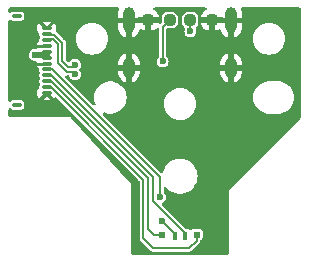
<source format=gbr>
%TF.GenerationSoftware,KiCad,Pcbnew,8.0.1*%
%TF.CreationDate,2024-03-21T19:56:16-04:00*%
%TF.ProjectId,030-011-v2,3033302d-3031-4312-9d76-322e6b696361,rev?*%
%TF.SameCoordinates,Original*%
%TF.FileFunction,Copper,L1,Top*%
%TF.FilePolarity,Positive*%
%FSLAX46Y46*%
G04 Gerber Fmt 4.6, Leading zero omitted, Abs format (unit mm)*
G04 Created by KiCad (PCBNEW 8.0.1) date 2024-03-21 19:56:16*
%MOMM*%
%LPD*%
G01*
G04 APERTURE LIST*
G04 Aperture macros list*
%AMRoundRect*
0 Rectangle with rounded corners*
0 $1 Rounding radius*
0 $2 $3 $4 $5 $6 $7 $8 $9 X,Y pos of 4 corners*
0 Add a 4 corners polygon primitive as box body*
4,1,4,$2,$3,$4,$5,$6,$7,$8,$9,$2,$3,0*
0 Add four circle primitives for the rounded corners*
1,1,$1+$1,$2,$3*
1,1,$1+$1,$4,$5*
1,1,$1+$1,$6,$7*
1,1,$1+$1,$8,$9*
0 Add four rect primitives between the rounded corners*
20,1,$1+$1,$2,$3,$4,$5,0*
20,1,$1+$1,$4,$5,$6,$7,0*
20,1,$1+$1,$6,$7,$8,$9,0*
20,1,$1+$1,$8,$9,$2,$3,0*%
G04 Aperture macros list end*
%TA.AperFunction,SMDPad,CuDef*%
%ADD10RoundRect,0.100000X-0.300000X0.100000X-0.300000X-0.100000X0.300000X-0.100000X0.300000X0.100000X0*%
%TD*%
%TA.AperFunction,SMDPad,CuDef*%
%ADD11RoundRect,0.075000X-0.325000X0.075000X-0.325000X-0.075000X0.325000X-0.075000X0.325000X0.075000X0*%
%TD*%
%TA.AperFunction,SMDPad,CuDef*%
%ADD12RoundRect,0.237500X0.250000X0.237500X-0.250000X0.237500X-0.250000X-0.237500X0.250000X-0.237500X0*%
%TD*%
%TA.AperFunction,SMDPad,CuDef*%
%ADD13R,0.600000X0.500000*%
%TD*%
%TA.AperFunction,SMDPad,CuDef*%
%ADD14R,0.440000X0.750000*%
%TD*%
%TA.AperFunction,ComponentPad*%
%ADD15O,1.000000X2.200000*%
%TD*%
%TA.AperFunction,ComponentPad*%
%ADD16O,1.000000X1.800000*%
%TD*%
%TA.AperFunction,ViaPad*%
%ADD17C,0.600000*%
%TD*%
%TA.AperFunction,Conductor*%
%ADD18C,0.250000*%
%TD*%
%TA.AperFunction,Conductor*%
%ADD19C,0.200000*%
%TD*%
%TA.AperFunction,Conductor*%
%ADD20C,0.300000*%
%TD*%
%TA.AperFunction,Conductor*%
%ADD21C,0.500000*%
%TD*%
%TA.AperFunction,Conductor*%
%ADD22C,0.180000*%
%TD*%
G04 APERTURE END LIST*
D10*
%TO.P,J3,*%
%TO.N,*%
X96433000Y-30159000D03*
X96433000Y-37659000D03*
D11*
%TO.P,J3,1,Pin_1*%
%TO.N,GND*%
X98933000Y-31159000D03*
%TO.P,J3,2,Pin_2*%
%TO.N,USBD+*%
X98933000Y-31659000D03*
%TO.P,J3,3,Pin_3*%
%TO.N,USBD-*%
X98933000Y-32159000D03*
%TO.P,J3,4,Pin_4*%
%TO.N,GND*%
X98933000Y-32659000D03*
%TO.P,J3,5,Pin_5*%
%TO.N,+5V*%
X98933000Y-33159000D03*
%TO.P,J3,6,Pin_6*%
X98933000Y-33659000D03*
%TO.P,J3,7,Pin_7*%
%TO.N,GND*%
X98933000Y-34159000D03*
%TO.P,J3,8,Pin_8*%
%TO.N,ANODE*%
X98933000Y-34659000D03*
%TO.P,J3,9,Pin_9*%
%TO.N,GREEN*%
X98933000Y-35159000D03*
%TO.P,J3,10,Pin_10*%
%TO.N,RED*%
X98933000Y-35659000D03*
%TO.P,J3,11,Pin_11*%
%TO.N,BLUE*%
X98933000Y-36159000D03*
%TO.P,J3,12,Pin_12*%
%TO.N,GND*%
X98933000Y-36659000D03*
%TD*%
D12*
%TO.P,R4,1*%
%TO.N,Net-(J4-CC1)*%
X109370500Y-30480000D03*
%TO.P,R4,2*%
%TO.N,GND*%
X107545500Y-30480000D03*
%TD*%
D13*
%TO.P,D1,1,RK*%
%TO.N,RED*%
X108716000Y-48643000D03*
D14*
%TO.P,D1,2,A*%
%TO.N,ANODE*%
X109786000Y-48768000D03*
%TO.P,D1,3,GK*%
%TO.N,GREEN*%
X110686000Y-48768000D03*
D13*
%TO.P,D1,4,BK*%
%TO.N,BLUE*%
X111636000Y-48643000D03*
%TD*%
D12*
%TO.P,R3,1*%
%TO.N,GND*%
X112926500Y-30480000D03*
%TO.P,R3,2*%
%TO.N,Net-(J4-CC2)*%
X111101500Y-30480000D03*
%TD*%
D15*
%TO.P,J4,S1,SHIELD*%
%TO.N,GND*%
X105916000Y-30513800D03*
D16*
X105916000Y-34513800D03*
D15*
X114556000Y-30513800D03*
D16*
X114556000Y-34513800D03*
%TD*%
D17*
%TO.N,GND*%
X97282000Y-31750000D03*
X106934000Y-49784000D03*
X113030000Y-32512000D03*
X115062000Y-38862000D03*
X97536000Y-35560000D03*
X107696000Y-32004000D03*
X111760000Y-47244000D03*
X106172000Y-40386000D03*
X116332000Y-34544000D03*
X100330000Y-30988000D03*
X110744000Y-32766000D03*
%TO.N,Net-(J4-CC2)*%
X111099600Y-31445200D03*
%TO.N,Net-(J4-CC1)*%
X108762800Y-33985200D03*
%TO.N,ANODE*%
X108559600Y-45466000D03*
X108686600Y-47523400D03*
%TO.N,+5V*%
X97942400Y-33426400D03*
%TO.N,USBD+*%
X101340534Y-34271000D03*
%TO.N,USBD-*%
X101340534Y-35071000D03*
%TD*%
D18*
%TO.N,GND*%
X98933000Y-34159000D02*
X97659000Y-34159000D01*
X97282000Y-32258000D02*
X97282000Y-31750000D01*
X97683000Y-32659000D02*
X97282000Y-32258000D01*
X98933000Y-32659000D02*
X97683000Y-32659000D01*
D19*
%TO.N,RED*%
X107543600Y-43874627D02*
X107543600Y-48158400D01*
X108712000Y-48639000D02*
X108716000Y-48643000D01*
X99327973Y-35659000D02*
X107543600Y-43874627D01*
X108028200Y-48643000D02*
X108716000Y-48643000D01*
X107543600Y-48158400D02*
X108028200Y-48643000D01*
X98933000Y-35659000D02*
X99327973Y-35659000D01*
%TO.N,Net-(J4-CC2)*%
X111099600Y-30481900D02*
X111101500Y-30480000D01*
X111099600Y-31445200D02*
X111099600Y-30481900D01*
%TO.N,Net-(J4-CC1)*%
X108762800Y-31087700D02*
X109370500Y-30480000D01*
X108762800Y-33985200D02*
X108762800Y-31087700D01*
%TO.N,ANODE*%
X108559600Y-43789600D02*
X108559600Y-45466000D01*
X108686600Y-47523400D02*
X109786000Y-48622800D01*
X102565200Y-37795200D02*
X108559600Y-43789600D01*
X99429000Y-34659000D02*
X102565200Y-37795200D01*
X98933000Y-34659000D02*
X99429000Y-34659000D01*
X109786000Y-48622800D02*
X109786000Y-48768000D01*
%TO.N,GREEN*%
X110686000Y-48913200D02*
X110686000Y-48768000D01*
X107950000Y-45770800D02*
X110686000Y-48506800D01*
X98933000Y-35159000D02*
X99322947Y-35159000D01*
X110686000Y-48506800D02*
X110686000Y-48768000D01*
X107950000Y-43786053D02*
X107950000Y-45770800D01*
X99322947Y-35159000D02*
X107950000Y-43786053D01*
%TO.N,BLUE*%
X110998000Y-49784000D02*
X111636000Y-49146000D01*
X107950000Y-49784000D02*
X110998000Y-49784000D01*
X98933000Y-36159000D02*
X99303400Y-36159000D01*
X111636000Y-49146000D02*
X111636000Y-48643000D01*
X107137200Y-43992800D02*
X107137200Y-48971200D01*
X99303400Y-36159000D02*
X107137200Y-43992800D01*
X107137200Y-48971200D02*
X107950000Y-49784000D01*
D20*
%TO.N,+5V*%
X98933000Y-33159000D02*
X98933000Y-33426400D01*
X98933000Y-33426400D02*
X98933000Y-33659000D01*
D21*
X97942400Y-33426400D02*
X98933000Y-33426400D01*
D22*
%TO.N,USBD+*%
X100266000Y-32379997D02*
X100266000Y-33957298D01*
X99183000Y-31659000D02*
X99243000Y-31719000D01*
X99605003Y-31719000D02*
X100266000Y-32379997D01*
X100266000Y-33957298D02*
X100789702Y-34481000D01*
X101130534Y-34481000D02*
X101340534Y-34271000D01*
X98933000Y-31659000D02*
X99183000Y-31659000D01*
X99243000Y-31719000D02*
X99605003Y-31719000D01*
X100789702Y-34481000D02*
X101130534Y-34481000D01*
%TO.N,USBD-*%
X100632298Y-34861000D02*
X101130534Y-34861000D01*
X99183000Y-32159000D02*
X99243000Y-32099000D01*
X99886000Y-34114702D02*
X100632298Y-34861000D01*
X99243000Y-32099000D02*
X99447599Y-32099000D01*
X101130534Y-34861000D02*
X101340534Y-35071000D01*
X99447599Y-32099000D02*
X99886000Y-32537401D01*
X99886000Y-32537401D02*
X99886000Y-34114702D01*
X98933000Y-32159000D02*
X99183000Y-32159000D01*
%TD*%
%TA.AperFunction,Conductor*%
%TO.N,GND*%
G36*
X105031780Y-29430185D02*
G01*
X105077535Y-29482989D01*
X105087479Y-29552147D01*
X105079302Y-29581952D01*
X105050587Y-29651275D01*
X105050584Y-29651287D01*
X105016000Y-29825153D01*
X105016000Y-30263800D01*
X105616000Y-30263800D01*
X105616000Y-30763800D01*
X105016000Y-30763800D01*
X105016000Y-31202446D01*
X105050584Y-31376312D01*
X105050586Y-31376320D01*
X105118428Y-31540107D01*
X105118433Y-31540116D01*
X105216923Y-31687516D01*
X105216926Y-31687520D01*
X105342279Y-31812873D01*
X105342283Y-31812876D01*
X105489683Y-31911366D01*
X105489693Y-31911371D01*
X105653476Y-31979212D01*
X105653483Y-31979215D01*
X105666000Y-31981704D01*
X105666000Y-31280788D01*
X105675940Y-31298005D01*
X105731795Y-31353860D01*
X105800204Y-31393356D01*
X105876504Y-31413800D01*
X105955496Y-31413800D01*
X106031796Y-31393356D01*
X106100205Y-31353860D01*
X106156060Y-31298005D01*
X106166000Y-31280788D01*
X106166000Y-31981703D01*
X106178516Y-31979215D01*
X106178523Y-31979212D01*
X106342306Y-31911371D01*
X106342316Y-31911366D01*
X106489716Y-31812876D01*
X106489720Y-31812873D01*
X106615073Y-31687520D01*
X106615076Y-31687516D01*
X106713566Y-31540116D01*
X106713571Y-31540107D01*
X106781413Y-31376320D01*
X106781413Y-31376319D01*
X106786826Y-31349109D01*
X106819210Y-31287197D01*
X106879926Y-31252622D01*
X106949695Y-31256361D01*
X106971565Y-31266566D01*
X107040307Y-31307219D01*
X107040310Y-31307220D01*
X107194975Y-31352155D01*
X107194981Y-31352156D01*
X107231116Y-31354999D01*
X107795500Y-31354999D01*
X107859872Y-31354999D01*
X107859893Y-31354998D01*
X107896021Y-31352155D01*
X108050689Y-31307220D01*
X108050692Y-31307219D01*
X108189331Y-31225229D01*
X108189339Y-31225223D01*
X108250619Y-31163944D01*
X108311942Y-31130459D01*
X108381634Y-31135443D01*
X108437567Y-31177315D01*
X108461984Y-31242779D01*
X108462300Y-31251625D01*
X108462300Y-33521460D01*
X108442615Y-33588499D01*
X108432013Y-33602662D01*
X108337425Y-33711822D01*
X108337422Y-33711828D01*
X108277634Y-33842743D01*
X108257153Y-33985200D01*
X108277634Y-34127656D01*
X108322927Y-34226831D01*
X108337423Y-34258573D01*
X108431672Y-34367343D01*
X108552747Y-34445153D01*
X108552750Y-34445154D01*
X108552749Y-34445154D01*
X108690836Y-34485699D01*
X108690838Y-34485700D01*
X108690839Y-34485700D01*
X108834762Y-34485700D01*
X108834762Y-34485699D01*
X108972853Y-34445153D01*
X109093928Y-34367343D01*
X109188177Y-34258573D01*
X109247965Y-34127657D01*
X109268447Y-33985200D01*
X109247965Y-33842743D01*
X109188177Y-33711827D01*
X109188175Y-33711825D01*
X109188174Y-33711822D01*
X109093587Y-33602662D01*
X109064562Y-33539106D01*
X109063300Y-33521460D01*
X109063300Y-32054800D01*
X116398741Y-32054800D01*
X116419336Y-32290203D01*
X116419338Y-32290213D01*
X116480494Y-32518455D01*
X116480496Y-32518459D01*
X116480497Y-32518463D01*
X116577366Y-32726198D01*
X116580365Y-32732630D01*
X116580367Y-32732634D01*
X116658543Y-32844280D01*
X116715905Y-32926201D01*
X116882999Y-33093295D01*
X116979784Y-33161065D01*
X117076565Y-33228832D01*
X117076567Y-33228833D01*
X117076570Y-33228835D01*
X117290737Y-33328703D01*
X117518992Y-33389863D01*
X117707318Y-33406339D01*
X117754399Y-33410459D01*
X117754400Y-33410459D01*
X117754401Y-33410459D01*
X117793634Y-33407026D01*
X117989808Y-33389863D01*
X118218063Y-33328703D01*
X118432230Y-33228835D01*
X118625801Y-33093295D01*
X118792895Y-32926201D01*
X118928435Y-32732630D01*
X119028303Y-32518463D01*
X119089463Y-32290208D01*
X119110059Y-32054800D01*
X119089463Y-31819392D01*
X119028303Y-31591137D01*
X118928435Y-31376971D01*
X118927980Y-31376320D01*
X118792894Y-31183397D01*
X118625802Y-31016306D01*
X118625795Y-31016301D01*
X118432234Y-30880767D01*
X118432230Y-30880765D01*
X118374871Y-30854018D01*
X118218063Y-30780897D01*
X118218059Y-30780896D01*
X118218055Y-30780894D01*
X117989813Y-30719738D01*
X117989803Y-30719736D01*
X117754401Y-30699141D01*
X117754399Y-30699141D01*
X117518996Y-30719736D01*
X117518986Y-30719738D01*
X117290744Y-30780894D01*
X117290735Y-30780898D01*
X117076571Y-30880764D01*
X117076569Y-30880765D01*
X116882997Y-31016305D01*
X116715905Y-31183397D01*
X116580365Y-31376969D01*
X116580364Y-31376971D01*
X116480498Y-31591135D01*
X116480494Y-31591144D01*
X116419338Y-31819386D01*
X116419336Y-31819396D01*
X116398741Y-32054799D01*
X116398741Y-32054800D01*
X109063300Y-32054800D01*
X109063300Y-31279500D01*
X109082985Y-31212461D01*
X109135789Y-31166706D01*
X109187300Y-31155500D01*
X109673260Y-31155500D01*
X109702849Y-31152725D01*
X109827475Y-31109116D01*
X109933711Y-31030711D01*
X110012116Y-30924475D01*
X110055725Y-30799849D01*
X110057502Y-30780897D01*
X110058500Y-30770260D01*
X110413500Y-30770260D01*
X110416274Y-30799849D01*
X110459884Y-30924476D01*
X110538288Y-31030710D01*
X110538289Y-31030711D01*
X110607194Y-31081565D01*
X110649445Y-31137212D01*
X110654904Y-31206868D01*
X110646356Y-31232846D01*
X110614434Y-31302745D01*
X110593953Y-31445200D01*
X110614434Y-31587656D01*
X110674222Y-31718571D01*
X110674223Y-31718573D01*
X110768472Y-31827343D01*
X110889547Y-31905153D01*
X110889550Y-31905154D01*
X110889549Y-31905154D01*
X111027636Y-31945699D01*
X111027638Y-31945700D01*
X111027639Y-31945700D01*
X111171562Y-31945700D01*
X111171562Y-31945699D01*
X111309653Y-31905153D01*
X111430728Y-31827343D01*
X111524977Y-31718573D01*
X111584765Y-31587657D01*
X111605247Y-31445200D01*
X111584765Y-31302743D01*
X111553801Y-31234943D01*
X111543858Y-31165787D01*
X111572883Y-31102231D01*
X111592957Y-31083666D01*
X111664711Y-31030711D01*
X111743116Y-30924475D01*
X111786725Y-30799849D01*
X111788502Y-30780897D01*
X111789500Y-30770260D01*
X111789500Y-30730000D01*
X112039001Y-30730000D01*
X112039001Y-30781893D01*
X112041844Y-30818021D01*
X112086779Y-30972689D01*
X112086780Y-30972692D01*
X112168770Y-31111331D01*
X112168776Y-31111339D01*
X112282660Y-31225223D01*
X112282668Y-31225229D01*
X112421307Y-31307219D01*
X112421310Y-31307220D01*
X112575975Y-31352155D01*
X112575981Y-31352156D01*
X112612116Y-31354999D01*
X112676499Y-31354998D01*
X112676500Y-31354998D01*
X112676500Y-30730000D01*
X112039001Y-30730000D01*
X111789500Y-30730000D01*
X111789500Y-30189739D01*
X111786725Y-30160150D01*
X111743115Y-30035523D01*
X111664711Y-29929289D01*
X111664710Y-29929288D01*
X111558476Y-29850884D01*
X111433848Y-29807274D01*
X111433849Y-29807274D01*
X111404260Y-29804500D01*
X111404256Y-29804500D01*
X110798744Y-29804500D01*
X110798740Y-29804500D01*
X110769150Y-29807274D01*
X110644523Y-29850884D01*
X110538289Y-29929288D01*
X110538288Y-29929289D01*
X110459884Y-30035523D01*
X110416274Y-30160150D01*
X110413500Y-30189739D01*
X110413500Y-30770260D01*
X110058500Y-30770260D01*
X110058500Y-30189739D01*
X110055725Y-30160150D01*
X110012115Y-30035523D01*
X109933711Y-29929289D01*
X109933710Y-29929288D01*
X109827476Y-29850884D01*
X109702848Y-29807274D01*
X109702849Y-29807274D01*
X109673260Y-29804500D01*
X109673256Y-29804500D01*
X109067744Y-29804500D01*
X109067740Y-29804500D01*
X109038150Y-29807274D01*
X108913523Y-29850884D01*
X108807289Y-29929288D01*
X108807288Y-29929289D01*
X108728884Y-30035523D01*
X108685274Y-30160150D01*
X108682500Y-30189739D01*
X108682500Y-30691667D01*
X108662815Y-30758706D01*
X108646181Y-30779348D01*
X108644681Y-30780848D01*
X108583358Y-30814333D01*
X108513666Y-30809349D01*
X108457733Y-30767477D01*
X108450152Y-30747152D01*
X108433000Y-30730000D01*
X107795500Y-30730000D01*
X107795500Y-31354999D01*
X107231116Y-31354999D01*
X107295499Y-31354998D01*
X107295500Y-31354998D01*
X107295500Y-30730000D01*
X106856906Y-30730000D01*
X106800196Y-30760966D01*
X106773838Y-30763800D01*
X106216000Y-30763800D01*
X106216000Y-30263800D01*
X106617094Y-30263800D01*
X106673804Y-30232834D01*
X106700162Y-30230000D01*
X108432999Y-30230000D01*
X108432999Y-30178128D01*
X108432998Y-30178106D01*
X108430155Y-30141978D01*
X108385220Y-29987310D01*
X108385219Y-29987307D01*
X108303229Y-29848668D01*
X108303223Y-29848660D01*
X108189339Y-29734776D01*
X108189331Y-29734770D01*
X108050692Y-29652780D01*
X108043531Y-29649681D01*
X108044353Y-29647779D01*
X107994545Y-29615968D01*
X107965341Y-29552495D01*
X107975088Y-29483308D01*
X108020693Y-29430375D01*
X108087677Y-29410500D01*
X112383972Y-29410500D01*
X112451011Y-29430185D01*
X112496766Y-29482989D01*
X112506710Y-29552147D01*
X112477685Y-29615703D01*
X112427673Y-29647843D01*
X112428469Y-29649681D01*
X112421307Y-29652780D01*
X112282668Y-29734770D01*
X112282660Y-29734776D01*
X112168776Y-29848660D01*
X112168770Y-29848668D01*
X112086780Y-29987307D01*
X112086779Y-29987310D01*
X112041844Y-30141975D01*
X112041843Y-30141981D01*
X112039000Y-30178109D01*
X112039000Y-30230000D01*
X113771838Y-30230000D01*
X113838877Y-30249685D01*
X113856393Y-30263800D01*
X114256000Y-30263800D01*
X114256000Y-30763800D01*
X113698162Y-30763800D01*
X113631123Y-30744115D01*
X113613607Y-30730000D01*
X113176500Y-30730000D01*
X113176500Y-31354999D01*
X113240872Y-31354999D01*
X113240893Y-31354998D01*
X113277021Y-31352155D01*
X113431689Y-31307220D01*
X113431692Y-31307219D01*
X113500434Y-31266566D01*
X113568158Y-31249383D01*
X113634420Y-31271543D01*
X113678184Y-31326009D01*
X113685172Y-31349105D01*
X113690584Y-31376315D01*
X113690586Y-31376320D01*
X113758428Y-31540107D01*
X113758433Y-31540116D01*
X113856923Y-31687516D01*
X113856926Y-31687520D01*
X113982279Y-31812873D01*
X113982283Y-31812876D01*
X114129683Y-31911366D01*
X114129693Y-31911371D01*
X114293476Y-31979212D01*
X114293483Y-31979215D01*
X114306000Y-31981704D01*
X114306000Y-31280788D01*
X114315940Y-31298005D01*
X114371795Y-31353860D01*
X114440204Y-31393356D01*
X114516504Y-31413800D01*
X114595496Y-31413800D01*
X114671796Y-31393356D01*
X114740205Y-31353860D01*
X114796060Y-31298005D01*
X114806000Y-31280788D01*
X114806000Y-31981703D01*
X114818516Y-31979215D01*
X114818523Y-31979212D01*
X114982306Y-31911371D01*
X114982316Y-31911366D01*
X115129716Y-31812876D01*
X115129720Y-31812873D01*
X115255073Y-31687520D01*
X115255076Y-31687516D01*
X115353566Y-31540116D01*
X115353571Y-31540107D01*
X115421413Y-31376320D01*
X115421415Y-31376312D01*
X115455999Y-31202446D01*
X115456000Y-31202443D01*
X115456000Y-30763800D01*
X114856000Y-30763800D01*
X114856000Y-30263800D01*
X115456000Y-30263800D01*
X115456000Y-29825157D01*
X115455999Y-29825153D01*
X115421415Y-29651287D01*
X115421412Y-29651275D01*
X115392698Y-29581952D01*
X115385229Y-29512483D01*
X115416504Y-29450004D01*
X115476594Y-29414352D01*
X115507259Y-29410500D01*
X120325500Y-29410500D01*
X120392539Y-29430185D01*
X120438294Y-29482989D01*
X120449500Y-29534500D01*
X120449500Y-38727588D01*
X120429815Y-38794627D01*
X120413181Y-38815269D01*
X114384025Y-44844424D01*
X114384024Y-44844425D01*
X114353500Y-44918116D01*
X114353500Y-50221500D01*
X114333815Y-50288539D01*
X114281011Y-50334294D01*
X114229500Y-50345500D01*
X106242500Y-50345500D01*
X106175461Y-50325815D01*
X106129706Y-50273011D01*
X106118500Y-50221500D01*
X106118500Y-44457726D01*
X106118640Y-44451830D01*
X106120170Y-44419700D01*
X106120169Y-44419696D01*
X106119869Y-44417690D01*
X106119765Y-44416296D01*
X106119271Y-44413461D01*
X106118894Y-44412103D01*
X106118500Y-44410121D01*
X106118500Y-44410118D01*
X106106183Y-44380384D01*
X106104067Y-44374907D01*
X106093186Y-44344639D01*
X106093184Y-44344637D01*
X106092143Y-44342904D01*
X106091512Y-44341652D01*
X106089964Y-44339212D01*
X106089096Y-44338102D01*
X106087977Y-44336427D01*
X106087976Y-44336426D01*
X106065226Y-44313676D01*
X106061174Y-44309426D01*
X106014311Y-44257877D01*
X101020453Y-38764635D01*
X101009098Y-38750106D01*
X101007975Y-38748425D01*
X101000808Y-38741258D01*
X100985211Y-38725661D01*
X100981160Y-38721412D01*
X100959531Y-38697620D01*
X100957902Y-38696416D01*
X100956826Y-38695489D01*
X100954492Y-38693848D01*
X100953270Y-38693157D01*
X100951576Y-38692025D01*
X100951574Y-38692024D01*
X100921840Y-38679707D01*
X100916468Y-38677330D01*
X100887375Y-38663624D01*
X100885413Y-38663136D01*
X100884080Y-38662696D01*
X100881269Y-38662067D01*
X100879882Y-38661897D01*
X100877886Y-38661500D01*
X100877882Y-38661500D01*
X100845728Y-38661500D01*
X100839830Y-38661360D01*
X100807698Y-38659829D01*
X100805697Y-38660130D01*
X100787315Y-38661500D01*
X95828500Y-38661500D01*
X95761461Y-38641815D01*
X95715706Y-38589011D01*
X95704500Y-38537500D01*
X95704500Y-38054833D01*
X95724185Y-37987794D01*
X95776989Y-37942039D01*
X95846147Y-37932095D01*
X95909703Y-37961120D01*
X95916181Y-37967152D01*
X95960235Y-38011206D01*
X96063009Y-38056585D01*
X96088135Y-38059500D01*
X96777864Y-38059499D01*
X96777879Y-38059497D01*
X96777882Y-38059497D01*
X96802987Y-38056586D01*
X96802988Y-38056585D01*
X96802991Y-38056585D01*
X96905765Y-38011206D01*
X96985206Y-37931765D01*
X97030585Y-37828991D01*
X97033500Y-37803865D01*
X97033499Y-37514136D01*
X97033497Y-37514117D01*
X97030586Y-37489012D01*
X97030585Y-37489010D01*
X97030585Y-37489009D01*
X96985206Y-37386235D01*
X96905765Y-37306794D01*
X96905763Y-37306793D01*
X96802992Y-37261415D01*
X96777865Y-37258500D01*
X96088143Y-37258500D01*
X96088117Y-37258502D01*
X96063012Y-37261413D01*
X96063008Y-37261415D01*
X95960235Y-37306793D01*
X95960234Y-37306794D01*
X95916181Y-37350848D01*
X95854858Y-37384333D01*
X95785166Y-37379349D01*
X95729233Y-37337477D01*
X95704816Y-37272013D01*
X95704500Y-37263167D01*
X95704500Y-37208998D01*
X98595131Y-37208998D01*
X98595132Y-37208999D01*
X99270867Y-37208999D01*
X99270867Y-37208998D01*
X98933001Y-36871132D01*
X98933000Y-36871132D01*
X98595131Y-37208998D01*
X95704500Y-37208998D01*
X95704500Y-33426400D01*
X97436753Y-33426400D01*
X97457234Y-33568856D01*
X97511410Y-33687483D01*
X97517023Y-33699773D01*
X97611272Y-33808543D01*
X97732347Y-33886353D01*
X97732350Y-33886354D01*
X97732349Y-33886354D01*
X97870436Y-33926899D01*
X97870438Y-33926900D01*
X98009000Y-33926900D01*
X98076039Y-33946585D01*
X98121794Y-33999389D01*
X98133000Y-34050899D01*
X98133000Y-34279433D01*
X98133001Y-34279440D01*
X98139081Y-34336007D01*
X98186813Y-34463981D01*
X98186815Y-34463984D01*
X98268671Y-34573330D01*
X98268675Y-34573335D01*
X98282810Y-34583916D01*
X98324682Y-34639849D01*
X98332500Y-34683182D01*
X98332500Y-34761129D01*
X98348486Y-34841498D01*
X98353159Y-34852780D01*
X98351714Y-34853378D01*
X98368436Y-34906788D01*
X98352482Y-34964938D01*
X98353159Y-34965219D01*
X98350926Y-34970609D01*
X98349950Y-34974168D01*
X98348550Y-34976345D01*
X98348484Y-34976505D01*
X98332500Y-35056863D01*
X98332500Y-35261129D01*
X98348486Y-35341498D01*
X98353159Y-35352780D01*
X98351714Y-35353378D01*
X98368436Y-35406788D01*
X98352482Y-35464938D01*
X98353159Y-35465219D01*
X98350926Y-35470609D01*
X98349950Y-35474168D01*
X98348550Y-35476345D01*
X98348484Y-35476505D01*
X98332500Y-35556863D01*
X98332500Y-35761129D01*
X98348486Y-35841498D01*
X98353159Y-35852780D01*
X98351714Y-35853378D01*
X98368436Y-35906788D01*
X98352482Y-35964938D01*
X98353159Y-35965219D01*
X98350926Y-35970609D01*
X98349950Y-35974168D01*
X98348550Y-35976345D01*
X98348484Y-35976505D01*
X98332500Y-36056862D01*
X98332500Y-36134817D01*
X98312815Y-36201856D01*
X98282811Y-36234084D01*
X98268667Y-36244671D01*
X98186817Y-36354011D01*
X98186814Y-36354016D01*
X98139082Y-36481991D01*
X98139081Y-36481994D01*
X98133000Y-36538548D01*
X98133000Y-36779433D01*
X98133001Y-36779440D01*
X98139081Y-36836007D01*
X98186813Y-36963981D01*
X98186815Y-36963984D01*
X98268671Y-37073330D01*
X98290325Y-37089540D01*
X98290326Y-37089540D01*
X98834049Y-36545818D01*
X98895372Y-36512333D01*
X98921725Y-36509499D01*
X98944270Y-36509499D01*
X99011308Y-36529184D01*
X99031950Y-36545818D01*
X99575673Y-37089541D01*
X99597329Y-37073331D01*
X99603601Y-37067060D01*
X99605207Y-37068666D01*
X99651140Y-37034265D01*
X99720831Y-37029263D01*
X99782162Y-37062733D01*
X106800381Y-44080952D01*
X106833866Y-44142275D01*
X106836700Y-44168633D01*
X106836700Y-49010762D01*
X106843879Y-49037552D01*
X106857179Y-49087190D01*
X106874404Y-49117024D01*
X106895556Y-49153660D01*
X106896740Y-49155711D01*
X107765489Y-50024460D01*
X107824829Y-50058720D01*
X107834008Y-50064020D01*
X107834012Y-50064022D01*
X107910438Y-50084500D01*
X107910440Y-50084500D01*
X111037560Y-50084500D01*
X111037562Y-50084500D01*
X111113989Y-50064021D01*
X111182511Y-50024460D01*
X111238460Y-49968511D01*
X111876460Y-49330511D01*
X111910414Y-49271700D01*
X111916021Y-49261989D01*
X111936500Y-49185562D01*
X111936500Y-49185558D01*
X111937111Y-49180921D01*
X111965376Y-49117024D01*
X112004127Y-49088728D01*
X112004077Y-49088652D01*
X112005907Y-49087428D01*
X112012603Y-49082540D01*
X112014222Y-49081868D01*
X112014231Y-49081867D01*
X112080552Y-49037552D01*
X112124867Y-48971231D01*
X112124867Y-48971229D01*
X112124868Y-48971229D01*
X112136499Y-48912752D01*
X112136500Y-48912750D01*
X112136500Y-48373249D01*
X112136499Y-48373247D01*
X112124868Y-48314770D01*
X112124867Y-48314769D01*
X112080552Y-48248447D01*
X112014230Y-48204132D01*
X112014229Y-48204131D01*
X111955752Y-48192500D01*
X111955748Y-48192500D01*
X111316252Y-48192500D01*
X111316247Y-48192500D01*
X111257770Y-48204131D01*
X111257766Y-48204133D01*
X111189890Y-48249487D01*
X111123213Y-48270365D01*
X111055833Y-48251880D01*
X111052110Y-48249487D01*
X110984233Y-48204133D01*
X110984229Y-48204131D01*
X110925752Y-48192500D01*
X110925748Y-48192500D01*
X110848033Y-48192500D01*
X110780994Y-48172815D01*
X110760352Y-48156181D01*
X108731503Y-46127332D01*
X108698018Y-46066009D01*
X108703002Y-45996317D01*
X108744874Y-45940384D01*
X108767680Y-45926853D01*
X108769643Y-45925955D01*
X108769653Y-45925953D01*
X108890728Y-45848143D01*
X108984977Y-45739373D01*
X109044765Y-45608457D01*
X109065247Y-45466000D01*
X109044765Y-45323543D01*
X108984977Y-45192627D01*
X108984975Y-45192625D01*
X108984974Y-45192622D01*
X108890387Y-45083462D01*
X108861362Y-45019906D01*
X108860100Y-45002260D01*
X108860100Y-44693947D01*
X108879785Y-44626908D01*
X108932589Y-44581153D01*
X109001747Y-44571209D01*
X109065303Y-44600234D01*
X109075319Y-44609953D01*
X109233246Y-44781507D01*
X109233249Y-44781509D01*
X109233252Y-44781512D01*
X109408763Y-44918118D01*
X109426212Y-44931699D01*
X109641267Y-45048081D01*
X109641270Y-45048082D01*
X109872541Y-45127477D01*
X109872543Y-45127477D01*
X109872545Y-45127478D01*
X110113737Y-45167726D01*
X110113738Y-45167726D01*
X110358262Y-45167726D01*
X110358263Y-45167726D01*
X110599455Y-45127478D01*
X110830733Y-45048081D01*
X111045788Y-44931699D01*
X111238754Y-44781507D01*
X111404368Y-44601603D01*
X111538111Y-44396893D01*
X111636336Y-44172962D01*
X111696364Y-43935918D01*
X111696365Y-43935909D01*
X111716557Y-43692231D01*
X111716557Y-43692220D01*
X111696365Y-43448542D01*
X111696363Y-43448530D01*
X111690815Y-43426621D01*
X111636336Y-43211490D01*
X111538111Y-42987559D01*
X111525555Y-42968340D01*
X111404367Y-42782847D01*
X111238757Y-42602948D01*
X111238747Y-42602939D01*
X111045791Y-42452755D01*
X111045787Y-42452752D01*
X110830734Y-42336371D01*
X110830729Y-42336369D01*
X110599458Y-42256974D01*
X110418561Y-42226788D01*
X110358263Y-42216726D01*
X110113737Y-42216726D01*
X110065498Y-42224775D01*
X109872541Y-42256974D01*
X109641270Y-42336369D01*
X109641265Y-42336371D01*
X109426212Y-42452752D01*
X109426208Y-42452755D01*
X109233252Y-42602939D01*
X109233242Y-42602948D01*
X109067632Y-42782847D01*
X108933888Y-42987559D01*
X108835663Y-43211491D01*
X108802510Y-43342411D01*
X108766970Y-43402567D01*
X108704550Y-43433959D01*
X108635066Y-43426621D01*
X108594623Y-43399652D01*
X103705430Y-38510459D01*
X103671945Y-38449136D01*
X103676929Y-38379444D01*
X103718801Y-38323511D01*
X103784265Y-38299094D01*
X103833374Y-38305497D01*
X104005999Y-38364759D01*
X104006001Y-38364759D01*
X104006003Y-38364760D01*
X104229770Y-38402100D01*
X104229771Y-38402100D01*
X104456629Y-38402100D01*
X104456630Y-38402100D01*
X104680397Y-38364760D01*
X104894966Y-38291099D01*
X105094484Y-38183125D01*
X105273509Y-38043784D01*
X105427157Y-37876878D01*
X105551238Y-37686958D01*
X105603757Y-37567226D01*
X108880341Y-37567226D01*
X108900936Y-37802629D01*
X108900938Y-37802639D01*
X108962094Y-38030881D01*
X108962096Y-38030885D01*
X108962097Y-38030889D01*
X109058966Y-38238624D01*
X109061965Y-38245056D01*
X109061967Y-38245060D01*
X109170281Y-38399747D01*
X109197505Y-38438627D01*
X109364599Y-38605721D01*
X109416147Y-38641815D01*
X109558165Y-38741258D01*
X109558167Y-38741259D01*
X109558170Y-38741261D01*
X109772337Y-38841129D01*
X110000592Y-38902289D01*
X110188918Y-38918765D01*
X110235999Y-38922885D01*
X110236000Y-38922885D01*
X110236001Y-38922885D01*
X110275234Y-38919452D01*
X110471408Y-38902289D01*
X110699663Y-38841129D01*
X110913830Y-38741261D01*
X111107401Y-38605721D01*
X111274495Y-38438627D01*
X111410035Y-38245056D01*
X111509903Y-38030889D01*
X111571063Y-37802634D01*
X111591659Y-37567226D01*
X111571063Y-37331818D01*
X111509903Y-37103563D01*
X111477094Y-37033205D01*
X116431608Y-37033205D01*
X116450341Y-37259282D01*
X116506033Y-37479205D01*
X116597162Y-37686959D01*
X116673541Y-37803865D01*
X116721243Y-37876878D01*
X116874891Y-38043784D01*
X117053916Y-38183125D01*
X117253434Y-38291099D01*
X117253437Y-38291100D01*
X117467999Y-38364759D01*
X117468001Y-38364759D01*
X117468003Y-38364760D01*
X117691770Y-38402100D01*
X117691771Y-38402100D01*
X118629829Y-38402100D01*
X118629830Y-38402100D01*
X118853597Y-38364760D01*
X119068166Y-38291099D01*
X119267684Y-38183125D01*
X119446709Y-38043784D01*
X119600357Y-37876878D01*
X119724438Y-37686958D01*
X119815567Y-37479205D01*
X119871258Y-37259286D01*
X119884162Y-37103561D01*
X119889992Y-37033205D01*
X119889992Y-37033194D01*
X119871258Y-36807117D01*
X119871258Y-36807114D01*
X119815567Y-36587195D01*
X119724438Y-36379442D01*
X119707826Y-36354016D01*
X119625771Y-36228421D01*
X119600357Y-36189522D01*
X119446709Y-36022616D01*
X119267684Y-35883275D01*
X119267682Y-35883274D01*
X119267681Y-35883273D01*
X119068167Y-35775301D01*
X119068162Y-35775299D01*
X118853600Y-35701640D01*
X118685771Y-35673635D01*
X118629830Y-35664300D01*
X118556282Y-35664300D01*
X117845082Y-35664300D01*
X117805200Y-35664300D01*
X117691770Y-35664300D01*
X117647016Y-35671768D01*
X117467999Y-35701640D01*
X117253437Y-35775299D01*
X117253432Y-35775301D01*
X117053918Y-35883273D01*
X116874892Y-36022615D01*
X116721244Y-36189520D01*
X116721241Y-36189524D01*
X116597162Y-36379440D01*
X116506033Y-36587194D01*
X116450341Y-36807117D01*
X116431608Y-37033194D01*
X116431608Y-37033205D01*
X111477094Y-37033205D01*
X111410035Y-36889397D01*
X111378509Y-36844372D01*
X111274494Y-36695823D01*
X111107402Y-36528732D01*
X111107395Y-36528727D01*
X110913834Y-36393193D01*
X110913830Y-36393191D01*
X110818614Y-36348791D01*
X110699663Y-36293323D01*
X110699659Y-36293322D01*
X110699655Y-36293320D01*
X110471413Y-36232164D01*
X110471403Y-36232162D01*
X110236001Y-36211567D01*
X110235999Y-36211567D01*
X110000596Y-36232162D01*
X110000586Y-36232164D01*
X109772344Y-36293320D01*
X109772335Y-36293324D01*
X109558171Y-36393190D01*
X109558169Y-36393191D01*
X109364597Y-36528731D01*
X109197505Y-36695823D01*
X109061965Y-36889395D01*
X109061964Y-36889397D01*
X108962098Y-37103561D01*
X108962094Y-37103570D01*
X108900938Y-37331812D01*
X108900936Y-37331822D01*
X108880341Y-37567225D01*
X108880341Y-37567226D01*
X105603757Y-37567226D01*
X105642367Y-37479205D01*
X105698058Y-37259286D01*
X105710962Y-37103561D01*
X105716792Y-37033205D01*
X105716792Y-37033194D01*
X105698058Y-36807117D01*
X105698058Y-36807114D01*
X105642367Y-36587195D01*
X105551238Y-36379442D01*
X105534626Y-36354016D01*
X105452571Y-36228421D01*
X105427157Y-36189522D01*
X105273509Y-36022616D01*
X105094484Y-35883275D01*
X105094482Y-35883274D01*
X105094481Y-35883273D01*
X104894967Y-35775301D01*
X104894962Y-35775299D01*
X104680400Y-35701640D01*
X104512571Y-35673635D01*
X104456630Y-35664300D01*
X104229770Y-35664300D01*
X104185016Y-35671768D01*
X104005999Y-35701640D01*
X103791437Y-35775299D01*
X103791432Y-35775301D01*
X103591918Y-35883273D01*
X103412892Y-36022615D01*
X103259244Y-36189520D01*
X103259241Y-36189524D01*
X103135162Y-36379440D01*
X103044033Y-36587194D01*
X102988341Y-36807117D01*
X102969608Y-37033194D01*
X102969608Y-37033205D01*
X102988341Y-37259282D01*
X103044033Y-37479205D01*
X103068356Y-37534657D01*
X103077259Y-37603958D01*
X103047281Y-37667070D01*
X102987942Y-37703956D01*
X102918080Y-37702905D01*
X102867119Y-37672148D01*
X100558152Y-35363181D01*
X100524667Y-35301858D01*
X100529651Y-35232166D01*
X100571523Y-35176233D01*
X100636987Y-35151816D01*
X100645833Y-35151500D01*
X100670543Y-35151500D01*
X100747384Y-35151500D01*
X100814423Y-35171185D01*
X100860178Y-35223988D01*
X100895741Y-35301858D01*
X100915157Y-35344373D01*
X101009406Y-35453143D01*
X101130481Y-35530953D01*
X101130484Y-35530954D01*
X101130483Y-35530954D01*
X101268570Y-35571499D01*
X101268572Y-35571500D01*
X101268573Y-35571500D01*
X101412496Y-35571500D01*
X101412496Y-35571499D01*
X101550587Y-35530953D01*
X101671662Y-35453143D01*
X101765911Y-35344373D01*
X101825699Y-35213457D01*
X101846181Y-35071000D01*
X101836325Y-35002446D01*
X105016000Y-35002446D01*
X105050584Y-35176312D01*
X105050586Y-35176320D01*
X105118428Y-35340107D01*
X105118433Y-35340116D01*
X105216923Y-35487516D01*
X105216926Y-35487520D01*
X105342279Y-35612873D01*
X105342283Y-35612876D01*
X105489683Y-35711366D01*
X105489693Y-35711371D01*
X105653476Y-35779212D01*
X105653483Y-35779215D01*
X105666000Y-35781704D01*
X105666000Y-35080788D01*
X105675940Y-35098005D01*
X105731795Y-35153860D01*
X105800204Y-35193356D01*
X105876504Y-35213800D01*
X105955496Y-35213800D01*
X106031796Y-35193356D01*
X106100205Y-35153860D01*
X106156060Y-35098005D01*
X106166000Y-35080788D01*
X106166000Y-35781703D01*
X106178516Y-35779215D01*
X106178523Y-35779212D01*
X106342306Y-35711371D01*
X106342316Y-35711366D01*
X106489716Y-35612876D01*
X106489720Y-35612873D01*
X106615073Y-35487520D01*
X106615076Y-35487516D01*
X106713566Y-35340116D01*
X106713571Y-35340107D01*
X106781413Y-35176320D01*
X106781415Y-35176312D01*
X106815999Y-35002446D01*
X113656000Y-35002446D01*
X113690584Y-35176312D01*
X113690586Y-35176320D01*
X113758428Y-35340107D01*
X113758433Y-35340116D01*
X113856923Y-35487516D01*
X113856926Y-35487520D01*
X113982279Y-35612873D01*
X113982283Y-35612876D01*
X114129683Y-35711366D01*
X114129693Y-35711371D01*
X114293476Y-35779212D01*
X114293483Y-35779215D01*
X114306000Y-35781704D01*
X114306000Y-35080788D01*
X114315940Y-35098005D01*
X114371795Y-35153860D01*
X114440204Y-35193356D01*
X114516504Y-35213800D01*
X114595496Y-35213800D01*
X114671796Y-35193356D01*
X114740205Y-35153860D01*
X114796060Y-35098005D01*
X114806000Y-35080788D01*
X114806000Y-35781703D01*
X114818516Y-35779215D01*
X114818523Y-35779212D01*
X114982306Y-35711371D01*
X114982316Y-35711366D01*
X115129716Y-35612876D01*
X115129720Y-35612873D01*
X115255073Y-35487520D01*
X115255076Y-35487516D01*
X115353566Y-35340116D01*
X115353571Y-35340107D01*
X115421413Y-35176320D01*
X115421415Y-35176312D01*
X115455999Y-35002446D01*
X115456000Y-35002443D01*
X115456000Y-34763800D01*
X114856000Y-34763800D01*
X114856000Y-34263800D01*
X115456000Y-34263800D01*
X115456000Y-34025157D01*
X115455999Y-34025153D01*
X115421415Y-33851287D01*
X115421413Y-33851279D01*
X115353571Y-33687492D01*
X115353566Y-33687483D01*
X115255076Y-33540083D01*
X115255073Y-33540079D01*
X115129720Y-33414726D01*
X115129716Y-33414723D01*
X114982316Y-33316233D01*
X114982307Y-33316228D01*
X114818519Y-33248385D01*
X114806000Y-33245894D01*
X114806000Y-33946811D01*
X114796060Y-33929595D01*
X114740205Y-33873740D01*
X114671796Y-33834244D01*
X114595496Y-33813800D01*
X114516504Y-33813800D01*
X114440204Y-33834244D01*
X114371795Y-33873740D01*
X114315940Y-33929595D01*
X114306000Y-33946811D01*
X114306000Y-33245895D01*
X114305999Y-33245894D01*
X114293480Y-33248385D01*
X114129692Y-33316228D01*
X114129683Y-33316233D01*
X113982283Y-33414723D01*
X113982279Y-33414726D01*
X113856926Y-33540079D01*
X113856923Y-33540083D01*
X113758433Y-33687483D01*
X113758428Y-33687492D01*
X113690586Y-33851279D01*
X113690584Y-33851287D01*
X113656000Y-34025153D01*
X113656000Y-34263800D01*
X114256000Y-34263800D01*
X114256000Y-34763800D01*
X113656000Y-34763800D01*
X113656000Y-35002446D01*
X106815999Y-35002446D01*
X106816000Y-35002443D01*
X106816000Y-34763800D01*
X106216000Y-34763800D01*
X106216000Y-34263800D01*
X106816000Y-34263800D01*
X106816000Y-34025157D01*
X106815999Y-34025153D01*
X106781415Y-33851287D01*
X106781413Y-33851279D01*
X106713571Y-33687492D01*
X106713566Y-33687483D01*
X106615076Y-33540083D01*
X106615073Y-33540079D01*
X106489720Y-33414726D01*
X106489716Y-33414723D01*
X106342316Y-33316233D01*
X106342307Y-33316228D01*
X106178519Y-33248385D01*
X106166000Y-33245894D01*
X106166000Y-33946811D01*
X106156060Y-33929595D01*
X106100205Y-33873740D01*
X106031796Y-33834244D01*
X105955496Y-33813800D01*
X105876504Y-33813800D01*
X105800204Y-33834244D01*
X105731795Y-33873740D01*
X105675940Y-33929595D01*
X105666000Y-33946811D01*
X105666000Y-33245895D01*
X105665999Y-33245894D01*
X105653480Y-33248385D01*
X105489692Y-33316228D01*
X105489683Y-33316233D01*
X105342283Y-33414723D01*
X105342279Y-33414726D01*
X105216926Y-33540079D01*
X105216923Y-33540083D01*
X105118433Y-33687483D01*
X105118428Y-33687492D01*
X105050586Y-33851279D01*
X105050584Y-33851287D01*
X105016000Y-34025153D01*
X105016000Y-34263800D01*
X105616000Y-34263800D01*
X105616000Y-34763800D01*
X105016000Y-34763800D01*
X105016000Y-35002446D01*
X101836325Y-35002446D01*
X101825699Y-34928543D01*
X101765911Y-34797627D01*
X101765909Y-34797625D01*
X101765908Y-34797622D01*
X101726551Y-34752203D01*
X101697525Y-34688648D01*
X101707468Y-34619489D01*
X101726551Y-34589797D01*
X101765908Y-34544377D01*
X101765908Y-34544375D01*
X101765911Y-34544373D01*
X101825699Y-34413457D01*
X101846181Y-34271000D01*
X101825699Y-34128543D01*
X101765911Y-33997627D01*
X101671662Y-33888857D01*
X101550587Y-33811047D01*
X101550585Y-33811046D01*
X101550583Y-33811045D01*
X101550584Y-33811045D01*
X101412497Y-33770500D01*
X101412495Y-33770500D01*
X101268573Y-33770500D01*
X101268570Y-33770500D01*
X101130483Y-33811045D01*
X101009407Y-33888856D01*
X100910455Y-34003052D01*
X100851676Y-34040826D01*
X100781807Y-34040826D01*
X100729061Y-34009530D01*
X100592819Y-33873288D01*
X100559334Y-33811965D01*
X100556500Y-33785607D01*
X100556500Y-32341754D01*
X100556500Y-32341752D01*
X100536703Y-32267868D01*
X100498458Y-32201626D01*
X100444371Y-32147539D01*
X100351632Y-32054800D01*
X101412741Y-32054800D01*
X101433336Y-32290203D01*
X101433338Y-32290213D01*
X101494494Y-32518455D01*
X101494496Y-32518459D01*
X101494497Y-32518463D01*
X101591366Y-32726198D01*
X101594365Y-32732630D01*
X101594367Y-32732634D01*
X101672543Y-32844280D01*
X101729905Y-32926201D01*
X101896999Y-33093295D01*
X101993784Y-33161065D01*
X102090565Y-33228832D01*
X102090567Y-33228833D01*
X102090570Y-33228835D01*
X102304737Y-33328703D01*
X102532992Y-33389863D01*
X102721318Y-33406339D01*
X102768399Y-33410459D01*
X102768400Y-33410459D01*
X102768401Y-33410459D01*
X102807634Y-33407026D01*
X103003808Y-33389863D01*
X103232063Y-33328703D01*
X103446230Y-33228835D01*
X103639801Y-33093295D01*
X103806895Y-32926201D01*
X103942435Y-32732630D01*
X104042303Y-32518463D01*
X104103463Y-32290208D01*
X104124059Y-32054800D01*
X104103463Y-31819392D01*
X104042303Y-31591137D01*
X103942435Y-31376971D01*
X103941980Y-31376320D01*
X103806894Y-31183397D01*
X103639802Y-31016306D01*
X103639795Y-31016301D01*
X103446234Y-30880767D01*
X103446230Y-30880765D01*
X103388871Y-30854018D01*
X103232063Y-30780897D01*
X103232059Y-30780896D01*
X103232055Y-30780894D01*
X103003813Y-30719738D01*
X103003803Y-30719736D01*
X102768401Y-30699141D01*
X102768399Y-30699141D01*
X102532996Y-30719736D01*
X102532986Y-30719738D01*
X102304744Y-30780894D01*
X102304735Y-30780898D01*
X102090571Y-30880764D01*
X102090569Y-30880765D01*
X101896997Y-31016305D01*
X101729905Y-31183397D01*
X101594365Y-31376969D01*
X101594364Y-31376971D01*
X101494498Y-31591135D01*
X101494494Y-31591144D01*
X101433338Y-31819386D01*
X101433336Y-31819396D01*
X101412741Y-32054799D01*
X101412741Y-32054800D01*
X100351632Y-32054800D01*
X99783374Y-31486542D01*
X99783371Y-31486540D01*
X99783367Y-31486537D01*
X99781558Y-31485493D01*
X99780336Y-31484211D01*
X99776925Y-31481594D01*
X99777333Y-31481062D01*
X99733343Y-31434926D01*
X99720121Y-31366319D01*
X99725346Y-31343605D01*
X99725134Y-31343555D01*
X99726918Y-31336004D01*
X99732999Y-31279451D01*
X99732999Y-31038566D01*
X99732998Y-31038559D01*
X99726918Y-30981992D01*
X99679186Y-30854018D01*
X99679184Y-30854015D01*
X99597328Y-30744669D01*
X99597328Y-30744668D01*
X99575672Y-30728458D01*
X99031950Y-31272181D01*
X98970627Y-31305666D01*
X98944269Y-31308500D01*
X98921730Y-31308500D01*
X98854691Y-31288815D01*
X98834049Y-31272181D01*
X98290326Y-30728458D01*
X98268669Y-30744670D01*
X98268664Y-30744675D01*
X98186817Y-30854011D01*
X98186814Y-30854016D01*
X98139082Y-30981991D01*
X98139081Y-30981994D01*
X98133000Y-31038548D01*
X98133000Y-31279433D01*
X98133001Y-31279440D01*
X98139081Y-31336007D01*
X98186813Y-31463981D01*
X98186815Y-31463984D01*
X98268671Y-31573330D01*
X98268675Y-31573335D01*
X98282810Y-31583916D01*
X98324682Y-31639849D01*
X98332500Y-31683182D01*
X98332500Y-31761129D01*
X98348486Y-31841498D01*
X98353159Y-31852780D01*
X98351714Y-31853378D01*
X98368436Y-31906788D01*
X98352482Y-31964938D01*
X98353159Y-31965219D01*
X98350926Y-31970609D01*
X98349950Y-31974168D01*
X98348550Y-31976345D01*
X98348484Y-31976505D01*
X98332500Y-32056862D01*
X98332500Y-32134817D01*
X98312815Y-32201856D01*
X98282811Y-32234084D01*
X98268667Y-32244671D01*
X98186817Y-32354011D01*
X98186814Y-32354016D01*
X98139082Y-32481991D01*
X98139081Y-32481994D01*
X98133000Y-32538548D01*
X98133000Y-32779433D01*
X98133001Y-32779440D01*
X98133991Y-32788647D01*
X98121584Y-32857406D01*
X98073973Y-32908543D01*
X98010701Y-32925900D01*
X97870436Y-32925900D01*
X97732349Y-32966445D01*
X97611273Y-33044256D01*
X97517023Y-33153026D01*
X97517022Y-33153028D01*
X97457234Y-33283943D01*
X97436753Y-33426400D01*
X95704500Y-33426400D01*
X95704500Y-30609000D01*
X98595131Y-30609000D01*
X98933000Y-30946868D01*
X98933001Y-30946868D01*
X99270867Y-30609000D01*
X98595131Y-30609000D01*
X95704500Y-30609000D01*
X95704500Y-30554833D01*
X95724185Y-30487794D01*
X95776989Y-30442039D01*
X95846147Y-30432095D01*
X95909703Y-30461120D01*
X95916181Y-30467152D01*
X95960235Y-30511206D01*
X96063009Y-30556585D01*
X96088135Y-30559500D01*
X96777864Y-30559499D01*
X96777879Y-30559497D01*
X96777882Y-30559497D01*
X96802987Y-30556586D01*
X96802988Y-30556585D01*
X96802991Y-30556585D01*
X96905765Y-30511206D01*
X96985206Y-30431765D01*
X97030585Y-30328991D01*
X97033500Y-30303865D01*
X97033499Y-30014136D01*
X97033497Y-30014117D01*
X97030586Y-29989012D01*
X97030585Y-29989010D01*
X97030585Y-29989009D01*
X96985206Y-29886235D01*
X96905765Y-29806794D01*
X96900570Y-29804500D01*
X96802992Y-29761415D01*
X96777865Y-29758500D01*
X96088143Y-29758500D01*
X96088117Y-29758502D01*
X96063012Y-29761413D01*
X96063008Y-29761415D01*
X95960235Y-29806793D01*
X95960234Y-29806794D01*
X95916181Y-29850848D01*
X95854858Y-29884333D01*
X95785166Y-29879349D01*
X95729233Y-29837477D01*
X95704816Y-29772013D01*
X95704500Y-29763167D01*
X95704500Y-29534500D01*
X95724185Y-29467461D01*
X95776989Y-29421706D01*
X95828500Y-29410500D01*
X104964741Y-29410500D01*
X105031780Y-29430185D01*
G37*
%TD.AperFunction*%
%TD*%
M02*

</source>
